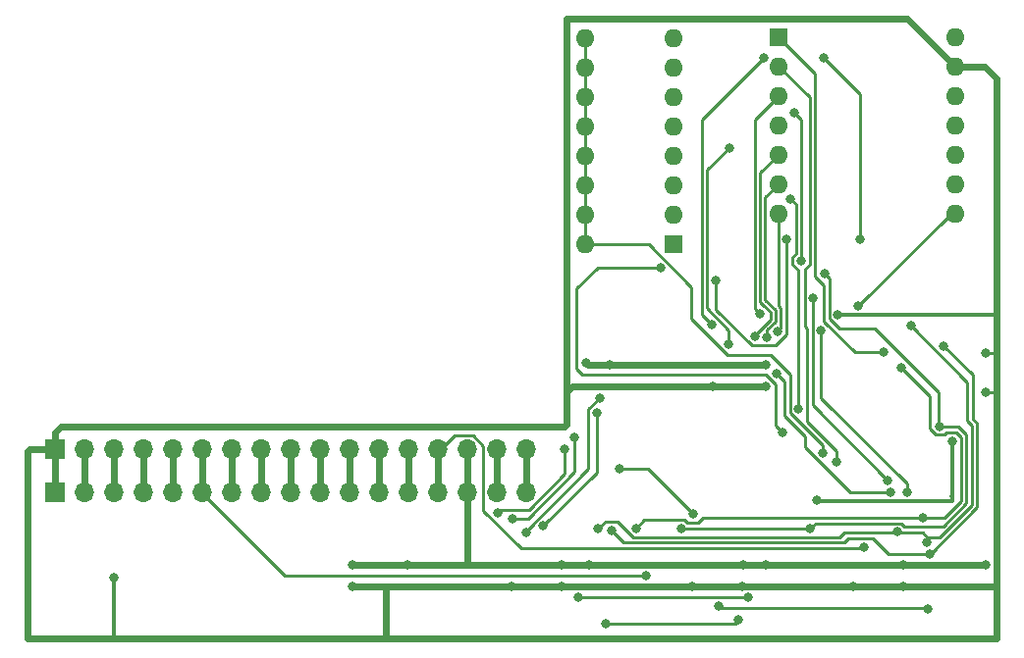
<source format=gbr>
%TF.GenerationSoftware,KiCad,Pcbnew,8.0.1*%
%TF.CreationDate,2024-06-09T22:48:08+01:00*%
%TF.ProjectId,BBC-USBSlim,4242432d-5553-4425-936c-696d2e6b6963,rev?*%
%TF.SameCoordinates,Original*%
%TF.FileFunction,Copper,L2,Bot*%
%TF.FilePolarity,Positive*%
%FSLAX46Y46*%
G04 Gerber Fmt 4.6, Leading zero omitted, Abs format (unit mm)*
G04 Created by KiCad (PCBNEW 8.0.1) date 2024-06-09 22:48:08*
%MOMM*%
%LPD*%
G01*
G04 APERTURE LIST*
%TA.AperFunction,ComponentPad*%
%ADD10R,1.700000X1.700000*%
%TD*%
%TA.AperFunction,ComponentPad*%
%ADD11O,1.700000X1.700000*%
%TD*%
%TA.AperFunction,ComponentPad*%
%ADD12R,1.600000X1.600000*%
%TD*%
%TA.AperFunction,ComponentPad*%
%ADD13O,1.600000X1.600000*%
%TD*%
%TA.AperFunction,ViaPad*%
%ADD14C,0.800000*%
%TD*%
%TA.AperFunction,Conductor*%
%ADD15C,0.250000*%
%TD*%
%TA.AperFunction,Conductor*%
%ADD16C,0.600000*%
%TD*%
%TA.AperFunction,Conductor*%
%ADD17C,0.300000*%
%TD*%
G04 APERTURE END LIST*
D10*
%TO.P,J1,1,Pin_1*%
%TO.N,GND*%
X75458000Y-115847000D03*
D11*
%TO.P,J1,2,Pin_2*%
%TO.N,!RST*%
X77998000Y-115847000D03*
%TO.P,J1,3,Pin_3*%
%TO.N,1MHZ*%
X80538000Y-115847000D03*
%TO.P,J1,4,Pin_4*%
%TO.N,KB !EN*%
X83078000Y-115847000D03*
%TO.P,J1,5,Pin_5*%
%TO.N,PA4*%
X85618000Y-115847000D03*
%TO.P,J1,6,Pin_6*%
%TO.N,PA5*%
X88158000Y-115847000D03*
%TO.P,J1,7,Pin_7*%
%TO.N,PA6*%
X90698000Y-115847000D03*
%TO.P,J1,8,Pin_8*%
%TO.N,PA0*%
X93238000Y-115847000D03*
%TO.P,J1,9,Pin_9*%
%TO.N,PA1*%
X95778000Y-115847000D03*
%TO.P,J1,10,Pin_10*%
%TO.N,PA2*%
X98318000Y-115847000D03*
%TO.P,J1,11,Pin_11*%
%TO.N,PA3*%
X100858000Y-115847000D03*
%TO.P,J1,12,Pin_12*%
%TO.N,PA7*%
X103398000Y-115847000D03*
%TO.P,J1,13,Pin_13*%
%TO.N,LED3*%
X105938000Y-115847000D03*
%TO.P,J1,14,Pin_14*%
%TO.N,CA2*%
X108478000Y-115847000D03*
%TO.P,J1,15,Pin_15*%
%TO.N,+5V*%
X111018000Y-115847000D03*
%TO.P,J1,16,Pin_16*%
%TO.N,LED1*%
X113558000Y-115847000D03*
%TO.P,J1,17,Pin_17*%
%TO.N,LED2*%
X116098000Y-115847000D03*
%TD*%
D12*
%TO.P,U7,1,Pin_1*%
%TO.N,MTDATA*%
X137825000Y-76566000D03*
D13*
%TO.P,U7,2,Pin_2*%
%TO.N,BREAK*%
X137825000Y-79106000D03*
%TO.P,U7,3,Pin_3*%
%TO.N,MTSTROBE*%
X137825000Y-81646000D03*
%TO.P,U7,4,Pin_4*%
%TO.N,AY2*%
X137825000Y-84186000D03*
%TO.P,U7,5,Pin_5*%
%TO.N,AY1*%
X137825000Y-86726000D03*
%TO.P,U7,6,Pin_6*%
%TO.N,AY0*%
X137825000Y-89266000D03*
%TO.P,U7,7,Pin_7*%
%TO.N,AX2*%
X137825000Y-91806000D03*
%TO.P,U7,8,Pin_8*%
%TO.N,AX1*%
X153065000Y-91806000D03*
%TO.P,U7,9,Pin_9*%
%TO.N,AX0*%
X153065000Y-89266000D03*
%TO.P,U7,10,Pin_10*%
%TO.N,AX3*%
X153065000Y-86726000D03*
%TO.P,U7,11,Pin_11*%
%TO.N,MTRESET*%
X153065000Y-84186000D03*
%TO.P,U7,12,Pin_12*%
%TO.N,unconnected-(U7-Pin_12-Pad12)*%
X153065000Y-81646000D03*
%TO.P,U7,13,Pin_13*%
%TO.N,GND*%
X153065000Y-79106000D03*
%TO.P,U7,14,Pin_14*%
%TO.N,+5V*%
X153065000Y-76566000D03*
%TD*%
D12*
%TO.P,SW1,1*%
%TO.N,Net-(D3-A)*%
X128820000Y-94490000D03*
D13*
%TO.P,SW1,2*%
%TO.N,Net-(D4-A)*%
X128820000Y-91950000D03*
%TO.P,SW1,3*%
%TO.N,Net-(D5-A)*%
X128820000Y-89410000D03*
%TO.P,SW1,4*%
%TO.N,Net-(D6-A)*%
X128820000Y-86870000D03*
%TO.P,SW1,5*%
%TO.N,Net-(D7-A)*%
X128820000Y-84330000D03*
%TO.P,SW1,6*%
%TO.N,Net-(D8-A)*%
X128820000Y-81790000D03*
%TO.P,SW1,7*%
%TO.N,Net-(D9-A)*%
X128820000Y-79250000D03*
%TO.P,SW1,8*%
%TO.N,Net-(D10-A)*%
X128820000Y-76710000D03*
%TO.P,SW1,9*%
%TO.N,D0*%
X121200000Y-76710000D03*
%TO.P,SW1,10*%
X121200000Y-79250000D03*
%TO.P,SW1,11*%
X121200000Y-81790000D03*
%TO.P,SW1,12*%
X121200000Y-84330000D03*
%TO.P,SW1,13*%
X121200000Y-86870000D03*
%TO.P,SW1,14*%
X121200000Y-89410000D03*
%TO.P,SW1,15*%
X121200000Y-91950000D03*
%TO.P,SW1,16*%
X121200000Y-94490000D03*
%TD*%
D10*
%TO.P,J3,1,Pin_1*%
%TO.N,GND*%
X75460000Y-112175000D03*
D11*
%TO.P,J3,2,Pin_2*%
%TO.N,!RST*%
X78000000Y-112175000D03*
%TO.P,J3,3,Pin_3*%
%TO.N,1MHZ*%
X80540000Y-112175000D03*
%TO.P,J3,4,Pin_4*%
%TO.N,KB !EN*%
X83080000Y-112175000D03*
%TO.P,J3,5,Pin_5*%
%TO.N,PA4*%
X85620000Y-112175000D03*
%TO.P,J3,6,Pin_6*%
%TO.N,PA5*%
X88160000Y-112175000D03*
%TO.P,J3,7,Pin_7*%
%TO.N,PA6*%
X90700000Y-112175000D03*
%TO.P,J3,8,Pin_8*%
%TO.N,PA0*%
X93240000Y-112175000D03*
%TO.P,J3,9,Pin_9*%
%TO.N,PA1*%
X95780000Y-112175000D03*
%TO.P,J3,10,Pin_10*%
%TO.N,PA2*%
X98320000Y-112175000D03*
%TO.P,J3,11,Pin_11*%
%TO.N,PA3*%
X100860000Y-112175000D03*
%TO.P,J3,12,Pin_12*%
%TO.N,PA7*%
X103400000Y-112175000D03*
%TO.P,J3,13,Pin_13*%
%TO.N,LED3*%
X105940000Y-112175000D03*
%TO.P,J3,14,Pin_14*%
%TO.N,CA2*%
X108480000Y-112175000D03*
%TO.P,J3,15,Pin_15*%
%TO.N,+5V*%
X111020000Y-112175000D03*
%TO.P,J3,16,Pin_16*%
%TO.N,LED1*%
X113560000Y-112175000D03*
%TO.P,J3,17,Pin_17*%
%TO.N,LED2*%
X116100000Y-112175000D03*
%TD*%
D14*
%TO.N,X8*%
X141739950Y-78360050D03*
%TO.N,MTDATA*%
X146935900Y-103762700D03*
%TO.N,MTSTROBE*%
X136266300Y-100495300D03*
%TO.N,AY1*%
X135780900Y-102416700D03*
%TO.N,AY0*%
X136848000Y-102474700D03*
%TO.N,AX2*%
X137780000Y-101951000D03*
%TO.N,AX1*%
X144736600Y-99793800D03*
%TO.N,QA*%
X113614300Y-117666400D03*
X119405500Y-112139300D03*
%TO.N,QB*%
X114877900Y-118134400D03*
X120251700Y-111100000D03*
%TO.N,QC*%
X117552900Y-118784400D03*
X122178100Y-109019300D03*
%TO.N,QD*%
X116038400Y-119322700D03*
X122391200Y-107708700D03*
%TO.N,D7*%
X140563100Y-119021100D03*
X151694947Y-110165353D03*
X129420500Y-119002500D03*
X141825800Y-97012800D03*
%TO.N,D1*%
X120580900Y-124930400D03*
X135223000Y-124927600D03*
X140842000Y-99104900D03*
X147245700Y-114828200D03*
%TO.N,D2*%
X147501300Y-115894700D03*
X137677000Y-105609400D03*
%TO.N,D3*%
X134399100Y-126888300D03*
X122903300Y-127198500D03*
X148906200Y-115894200D03*
X141508200Y-101928100D03*
%TO.N,D4*%
X149239500Y-101513800D03*
X150639700Y-120175000D03*
X122300900Y-119040300D03*
X148113000Y-119273200D03*
%TO.N,D5*%
X150846000Y-121218200D03*
X152098100Y-103241600D03*
X123434200Y-119137200D03*
%TO.N,D6*%
X148426600Y-105138400D03*
X125570400Y-118984100D03*
X150314600Y-118094900D03*
%TO.N,D0*%
X132639657Y-125655400D03*
X150703000Y-125909000D03*
X141658300Y-112461500D03*
%TO.N,BREAK*%
X142849300Y-113282600D03*
%TO.N,GND*%
X155700000Y-107200000D03*
X148600000Y-124025000D03*
X144300000Y-124025000D03*
X119100000Y-124025000D03*
X134700000Y-124025000D03*
X130400000Y-124025000D03*
X114800000Y-124025000D03*
X155700000Y-103850000D03*
X132150000Y-106750000D03*
X136750000Y-106750000D03*
X101050000Y-124025000D03*
X142950000Y-100550000D03*
X80500000Y-123250000D03*
%TO.N,Net-(D11-A)*%
X152850000Y-111450000D03*
X141168000Y-116550000D03*
%TO.N,CA2*%
X145225400Y-120625000D03*
%TO.N,PA7*%
X130468400Y-117725400D03*
X124134600Y-113854700D03*
%TO.N,PA5*%
X126441500Y-123057700D03*
%TO.N,X8*%
X132048300Y-101391500D03*
X144865600Y-94027800D03*
X136570800Y-78362400D03*
%TO.N,X7*%
X139779100Y-95886200D03*
X139161600Y-83066000D03*
%TO.N,X5*%
X133548300Y-103096000D03*
X133598100Y-86115400D03*
%TO.N,X4*%
X139556700Y-108683400D03*
X138887800Y-90536000D03*
%TO.N,X1*%
X138144100Y-110675800D03*
X127637347Y-96462653D03*
%TO.N,X10*%
X132418900Y-97574700D03*
X138554500Y-94064200D03*
%TO.N,+5V*%
X148600000Y-122125000D03*
X136700000Y-122125000D03*
X119100000Y-122125000D03*
X134800000Y-122125000D03*
X121500000Y-122125000D03*
X105850000Y-122125000D03*
X155700000Y-122100000D03*
X123250000Y-104900000D03*
X136700000Y-104900000D03*
X101050000Y-122125000D03*
X121225000Y-104733902D03*
%TD*%
D15*
%TO.N,D0*%
X150678400Y-125884400D02*
X150703000Y-125909000D01*
X132639657Y-125655400D02*
X132868657Y-125884400D01*
X132868657Y-125884400D02*
X150678400Y-125884400D01*
%TO.N,X1*%
X137586500Y-110118200D02*
X138144100Y-110675800D01*
X120915700Y-105715700D02*
X136743500Y-105715700D01*
X136743500Y-105715700D02*
X137586500Y-106558700D01*
X120400000Y-105200000D02*
X120915700Y-105715700D01*
X122237347Y-96462653D02*
X120400000Y-98300000D01*
X137586500Y-106558700D02*
X137586500Y-110118200D01*
X127637347Y-96462653D02*
X122237347Y-96462653D01*
X120400000Y-98300000D02*
X120400000Y-105200000D01*
%TO.N,D6*%
X152113800Y-118094900D02*
X150314600Y-118094900D01*
X153589600Y-116619100D02*
X152113800Y-118094900D01*
X153589600Y-111102700D02*
X153589600Y-116619100D01*
X153196500Y-110709600D02*
X153589600Y-111102700D01*
X152323300Y-110709600D02*
X153196500Y-110709600D01*
X152142547Y-110890353D02*
X152323300Y-110709600D01*
X150900000Y-110400000D02*
X151390353Y-110890353D01*
X150900000Y-107611800D02*
X150900000Y-110400000D01*
X151390353Y-110890353D02*
X152142547Y-110890353D01*
X148426600Y-105138400D02*
X150900000Y-107611800D01*
%TO.N,D7*%
X151600000Y-107247100D02*
X151600000Y-110070406D01*
X151600000Y-110070406D02*
X151694947Y-110165353D01*
X146123900Y-101771000D02*
X151600000Y-107247100D01*
X142221400Y-100887900D02*
X143104500Y-101771000D01*
X142221400Y-97408400D02*
X142221400Y-100887900D01*
X143104500Y-101771000D02*
X146123900Y-101771000D01*
X141825800Y-97012800D02*
X142221400Y-97408400D01*
X151700000Y-110160300D02*
X151694947Y-110165353D01*
X153320800Y-110160300D02*
X151700000Y-110160300D01*
%TO.N,D0*%
X141658300Y-111822700D02*
X141658300Y-112461500D01*
X138829900Y-108994300D02*
X141658300Y-111822700D01*
X138829900Y-105714100D02*
X138829900Y-108994300D01*
X133474700Y-104050000D02*
X137165800Y-104050000D01*
X130339000Y-100914300D02*
X133474700Y-104050000D01*
X130339000Y-98139000D02*
X130339000Y-100914300D01*
X126690000Y-94490000D02*
X130339000Y-98139000D01*
X121200000Y-94490000D02*
X126690000Y-94490000D01*
X137165800Y-104050000D02*
X138829900Y-105714100D01*
D16*
%TO.N,GND*%
X148934000Y-74975000D02*
X153065000Y-79106000D01*
X119575000Y-74975000D02*
X148934000Y-74975000D01*
X119575000Y-107200000D02*
X119575000Y-74975000D01*
X156600000Y-100400000D02*
X156600000Y-80100000D01*
X156600000Y-80100000D02*
X155606000Y-79106000D01*
X155606000Y-79106000D02*
X153065000Y-79106000D01*
D15*
%TO.N,X8*%
X144865600Y-81485700D02*
X144865600Y-94027800D01*
X141739950Y-78360050D02*
X144865600Y-81485700D01*
D16*
%TO.N,+5V*%
X121391098Y-104900000D02*
X123250000Y-104900000D01*
X121225000Y-104733902D02*
X121391098Y-104900000D01*
D15*
%TO.N,AY1*%
X136240900Y-88310100D02*
X137825000Y-86726000D01*
X136459500Y-99660900D02*
X136240900Y-99442300D01*
X136240900Y-99442300D02*
X136240900Y-88310100D01*
X137130500Y-100331800D02*
X136459600Y-99660900D01*
X137130500Y-100933700D02*
X137130500Y-100331800D01*
X135780900Y-102283300D02*
X137130500Y-100933700D01*
X135780900Y-102416700D02*
X135780900Y-102283300D01*
X136459600Y-99660900D02*
X136459500Y-99660900D01*
%TO.N,AY0*%
X136693500Y-99256000D02*
X136693500Y-90397500D01*
X137582200Y-100144700D02*
X136693500Y-99256000D01*
X137582200Y-101120900D02*
X137582200Y-100144700D01*
X136693500Y-90397500D02*
X137825000Y-89266000D01*
X136848000Y-101855100D02*
X137582200Y-101120900D01*
X136848000Y-102474700D02*
X136848000Y-101855100D01*
%TO.N,AX1*%
X153065000Y-91806000D02*
X152724400Y-91806000D01*
X152724400Y-91806000D02*
X144736600Y-99793800D01*
%TO.N,MTSTROBE*%
X135773500Y-100002500D02*
X136266300Y-100495300D01*
X137825000Y-81646000D02*
X135773500Y-83697500D01*
X135773500Y-83697500D02*
X135773500Y-100002500D01*
%TO.N,BREAK*%
X140115300Y-101542800D02*
X140292700Y-101720200D01*
X140292700Y-101720200D02*
X140292700Y-109739500D01*
X140506400Y-96186900D02*
X140115300Y-96578000D01*
X140115300Y-96578000D02*
X140115300Y-101542800D01*
X140292700Y-109739500D02*
X142849300Y-112296100D01*
X140506400Y-81787400D02*
X140506400Y-96186900D01*
X137825000Y-79106000D02*
X140506400Y-81787400D01*
X142849300Y-112296100D02*
X142849300Y-113282600D01*
%TO.N,MTDATA*%
X141768200Y-101106700D02*
X144424200Y-103762700D01*
X141003900Y-97219100D02*
X141768200Y-97983400D01*
X141768200Y-97983400D02*
X141768200Y-101106700D01*
X141003900Y-79744900D02*
X141003900Y-97219100D01*
X144424200Y-103762700D02*
X146935900Y-103762700D01*
X137825000Y-76566000D02*
X141003900Y-79744900D01*
D16*
%TO.N,+5V*%
X134800000Y-122125000D02*
X136700000Y-122125000D01*
D15*
%TO.N,PA5*%
X95257700Y-123057700D02*
X126441500Y-123057700D01*
X88160000Y-115960000D02*
X95257700Y-123057700D01*
X88160000Y-115248700D02*
X88160000Y-115960000D01*
D16*
%TO.N,GND*%
X75460000Y-112175000D02*
X75460000Y-110725000D01*
X75460000Y-110725000D02*
X75985000Y-110200000D01*
X75985000Y-110200000D02*
X119409607Y-110200000D01*
X120025000Y-106750000D02*
X132150000Y-106750000D01*
X119575000Y-110034607D02*
X119575000Y-107200000D01*
X119409607Y-110200000D02*
X119575000Y-110034607D01*
X119575000Y-107200000D02*
X120025000Y-106750000D01*
D15*
%TO.N,QB*%
X116251100Y-118134400D02*
X114877900Y-118134400D01*
X120251700Y-111100000D02*
X120251700Y-114133800D01*
X120251700Y-114133800D02*
X116251100Y-118134400D01*
%TO.N,AX2*%
X137825000Y-91806000D02*
X137825000Y-92932700D01*
X137825000Y-99748700D02*
X137825000Y-92932700D01*
X138033900Y-99957600D02*
X137825000Y-99748700D01*
X138033900Y-101697100D02*
X138033900Y-99957600D01*
X137780000Y-101951000D02*
X138033900Y-101697100D01*
%TO.N,QA*%
X119405500Y-114271300D02*
X119405500Y-112139300D01*
X116323500Y-117353300D02*
X119405500Y-114271300D01*
X113927400Y-117353300D02*
X116323500Y-117353300D01*
X113614300Y-117666400D02*
X113927400Y-117353300D01*
%TO.N,QC*%
X122178100Y-114159200D02*
X122178100Y-109019300D01*
X117552900Y-118784400D02*
X122178100Y-114159200D01*
%TO.N,QD*%
X121451300Y-108648600D02*
X122391200Y-107708700D01*
X121451300Y-113813000D02*
X121451300Y-108648600D01*
X116038400Y-119225900D02*
X121451300Y-113813000D01*
X116038400Y-119322700D02*
X116038400Y-119225900D01*
%TO.N,D7*%
X129420800Y-119002800D02*
X129420500Y-119002500D01*
X140563100Y-119002800D02*
X129420800Y-119002800D01*
X141019400Y-118546500D02*
X140563100Y-119002800D01*
X148414000Y-118546500D02*
X141019400Y-118546500D01*
X148689100Y-118821600D02*
X148414000Y-118546500D01*
X152029400Y-118821600D02*
X148689100Y-118821600D01*
X154042400Y-116808600D02*
X152029400Y-118821600D01*
X154042400Y-110881900D02*
X154042400Y-116808600D01*
X153320800Y-110160300D02*
X154042400Y-110881900D01*
X140563100Y-119002800D02*
X140563100Y-119021100D01*
%TO.N,D1*%
X135220200Y-124930400D02*
X135223000Y-124927600D01*
X120580900Y-124930400D02*
X135220200Y-124930400D01*
X140762700Y-99184200D02*
X140842000Y-99104900D01*
X140762700Y-108345200D02*
X140762700Y-99184200D01*
X147245700Y-114828200D02*
X140762700Y-108345200D01*
%TO.N,D2*%
X147501300Y-115894600D02*
X147501300Y-115894700D01*
X143990400Y-115894600D02*
X147501300Y-115894600D01*
X140106500Y-112010700D02*
X143990400Y-115894600D01*
X140106500Y-111013100D02*
X140106500Y-112010700D01*
X138378200Y-109284800D02*
X140106500Y-111013100D01*
X138378200Y-106310600D02*
X138378200Y-109284800D01*
X137677000Y-105609400D02*
X138378200Y-106310600D01*
%TO.N,D3*%
X134088900Y-127198500D02*
X134399100Y-126888300D01*
X122903300Y-127198500D02*
X134088900Y-127198500D01*
X141508200Y-107726400D02*
X141508200Y-101928100D01*
X148906200Y-115124400D02*
X141508200Y-107726400D01*
X148906200Y-115894200D02*
X148906200Y-115124400D01*
%TO.N,D4*%
X150639700Y-119765300D02*
X150639700Y-120175000D01*
X151724800Y-119765300D02*
X150639700Y-119765300D01*
X154505200Y-116984900D02*
X151724800Y-119765300D01*
X154505200Y-110116400D02*
X154505200Y-116984900D01*
X154097500Y-109708700D02*
X154505200Y-110116400D01*
X154097500Y-106371800D02*
X154097500Y-109708700D01*
X149239500Y-101513800D02*
X154097500Y-106371800D01*
X148113000Y-119273200D02*
X148113000Y-119381800D01*
X150256200Y-119381800D02*
X148113000Y-119381800D01*
X150639700Y-119765300D02*
X150256200Y-119381800D01*
X143477100Y-119381800D02*
X148113000Y-119381800D01*
X143111100Y-119747800D02*
X143477100Y-119381800D01*
X125292900Y-119747800D02*
X143111100Y-119747800D01*
X123938200Y-118393100D02*
X125292900Y-119747800D01*
X122948100Y-118393100D02*
X123938200Y-118393100D01*
X122300900Y-119040300D02*
X122948100Y-118393100D01*
%TO.N,D5*%
X154583000Y-105726500D02*
X152098100Y-103241600D01*
X154583000Y-109553300D02*
X154583000Y-105726500D01*
X154980200Y-109950500D02*
X154583000Y-109553300D01*
X154980200Y-117167600D02*
X154980200Y-109950500D01*
X150929600Y-121218200D02*
X154980200Y-117167600D01*
X150846000Y-121218200D02*
X150929600Y-121218200D01*
X147328100Y-121218200D02*
X150846000Y-121218200D01*
X145968100Y-119858200D02*
X147328100Y-121218200D01*
X143864300Y-119858200D02*
X145968100Y-119858200D01*
X143521400Y-120201100D02*
X143864300Y-119858200D01*
X124498100Y-120201100D02*
X143521400Y-120201100D01*
X123434200Y-119137200D02*
X124498100Y-120201100D01*
%TO.N,D6*%
X126280100Y-118274400D02*
X125570400Y-118984100D01*
X129720100Y-118274400D02*
X126280100Y-118274400D01*
X129928200Y-118482500D02*
X129720100Y-118274400D01*
X130934900Y-118482500D02*
X129928200Y-118482500D01*
X131322600Y-118094800D02*
X130934900Y-118482500D01*
X150314500Y-118094800D02*
X131322600Y-118094800D01*
X150314600Y-118094900D02*
X150314500Y-118094800D01*
%TO.N,D0*%
X121200000Y-91950000D02*
X121200000Y-89410000D01*
X121200000Y-89410000D02*
X121200000Y-86870000D01*
X121200000Y-86870000D02*
X121200000Y-84330000D01*
X121200000Y-84330000D02*
X121200000Y-81790000D01*
X121200000Y-81790000D02*
X121200000Y-79250000D01*
X121200000Y-79250000D02*
X121200000Y-76710000D01*
X121200000Y-91950000D02*
X121200000Y-93076700D01*
X121200000Y-94490000D02*
X121200000Y-93076700D01*
D16*
%TO.N,GND*%
X156600000Y-124100000D02*
X156600000Y-107300000D01*
D15*
X156500000Y-107200000D02*
X156600000Y-107300000D01*
X155700000Y-107200000D02*
X156500000Y-107200000D01*
D16*
X156600000Y-107300000D02*
X156600000Y-104000000D01*
X80500000Y-128525000D02*
X103900000Y-128525000D01*
X104000000Y-124025000D02*
X114800000Y-124025000D01*
X101050000Y-124025000D02*
X104000000Y-124025000D01*
X156525000Y-124025000D02*
X156600000Y-124100000D01*
X148600000Y-124025000D02*
X156525000Y-124025000D01*
X144300000Y-124025000D02*
X148600000Y-124025000D01*
X134700000Y-124025000D02*
X144300000Y-124025000D01*
X119100000Y-124025000D02*
X130400000Y-124025000D01*
X130400000Y-124025000D02*
X134700000Y-124025000D01*
X114800000Y-124025000D02*
X119100000Y-124025000D01*
D17*
X156450000Y-100550000D02*
X156600000Y-100400000D01*
X142950000Y-100550000D02*
X156450000Y-100550000D01*
D16*
X156600000Y-104000000D02*
X156600000Y-100400000D01*
D15*
X156450000Y-103850000D02*
X156600000Y-104000000D01*
X155700000Y-103850000D02*
X156450000Y-103850000D01*
D16*
X132150000Y-106750000D02*
X136750000Y-106750000D01*
X73100000Y-128525000D02*
X80500000Y-128525000D01*
X73100000Y-112300000D02*
X73100000Y-128525000D01*
X73225000Y-112175000D02*
X73100000Y-112300000D01*
X75460000Y-112175000D02*
X73225000Y-112175000D01*
X75460000Y-115845000D02*
X75458000Y-115847000D01*
X75460000Y-112175000D02*
X75460000Y-115845000D01*
D17*
X80500000Y-123250000D02*
X80500000Y-128525000D01*
D16*
X104000000Y-128425000D02*
X103900000Y-128525000D01*
X104000000Y-124025000D02*
X104000000Y-128425000D01*
X156600000Y-128525000D02*
X156600000Y-124100000D01*
X103900000Y-128525000D02*
X156600000Y-128525000D01*
D17*
%TO.N,Net-(D11-A)*%
X152788000Y-116188000D02*
X152775000Y-116175000D01*
X152850000Y-111450000D02*
X152850000Y-114471600D01*
X141268000Y-116650000D02*
X141168000Y-116550000D01*
X152850000Y-116650000D02*
X141268000Y-116650000D01*
X152850000Y-114471600D02*
X152850000Y-116650000D01*
D15*
X152775000Y-114546600D02*
X152775000Y-116175000D01*
X152850000Y-114471600D02*
X152775000Y-114546600D01*
D16*
%TO.N,LED2*%
X116100000Y-115845000D02*
X116098000Y-115847000D01*
X116100000Y-112175000D02*
X116100000Y-115845000D01*
%TO.N,LED1*%
X113560000Y-115845000D02*
X113558000Y-115847000D01*
X113560000Y-112175000D02*
X113560000Y-115845000D01*
%TO.N,CA2*%
X108480000Y-112175000D02*
X108480000Y-112429800D01*
X108480000Y-115845000D02*
X108478000Y-115847000D01*
X108480000Y-112429800D02*
X108480000Y-115845000D01*
D15*
X145152000Y-120698400D02*
X145225400Y-120625000D01*
X115618700Y-120698400D02*
X145152000Y-120698400D01*
X112381300Y-117461000D02*
X115618700Y-120698400D01*
X112381300Y-111864100D02*
X112381300Y-117461000D01*
X111515500Y-110998300D02*
X112381300Y-111864100D01*
X109911500Y-110998300D02*
X111515500Y-110998300D01*
X108480000Y-112429800D02*
X109911500Y-110998300D01*
D16*
%TO.N,LED3*%
X105940000Y-115845000D02*
X105938000Y-115847000D01*
X105940000Y-112175000D02*
X105940000Y-115845000D01*
%TO.N,PA7*%
X103400000Y-115845000D02*
X103398000Y-115847000D01*
X103400000Y-112175000D02*
X103400000Y-115845000D01*
D15*
X126597700Y-113854700D02*
X130468400Y-117725400D01*
X124134600Y-113854700D02*
X126597700Y-113854700D01*
D16*
%TO.N,PA3*%
X100860000Y-115845000D02*
X100858000Y-115847000D01*
X100860000Y-112175000D02*
X100860000Y-115845000D01*
%TO.N,PA2*%
X98320000Y-115845000D02*
X98318000Y-115847000D01*
X98320000Y-112175000D02*
X98320000Y-115845000D01*
%TO.N,PA1*%
X95780000Y-115845000D02*
X95778000Y-115847000D01*
X95780000Y-112175000D02*
X95780000Y-115845000D01*
%TO.N,PA0*%
X93240000Y-115845000D02*
X93238000Y-115847000D01*
X93240000Y-112175000D02*
X93240000Y-115845000D01*
%TO.N,PA6*%
X90700000Y-115845000D02*
X90698000Y-115847000D01*
X90700000Y-112175000D02*
X90700000Y-115845000D01*
%TO.N,PA5*%
X88160000Y-112175000D02*
X88160000Y-115248700D01*
X88160000Y-115845000D02*
X88158000Y-115847000D01*
X88160000Y-115248700D02*
X88160000Y-115845000D01*
%TO.N,PA4*%
X85620000Y-115845000D02*
X85618000Y-115847000D01*
X85620000Y-112175000D02*
X85620000Y-115845000D01*
%TO.N,KB !EN*%
X83080000Y-115845000D02*
X83078000Y-115847000D01*
X83080000Y-112175000D02*
X83080000Y-115845000D01*
%TO.N,1MHZ*%
X80540000Y-115845000D02*
X80538000Y-115847000D01*
X80540000Y-112175000D02*
X80540000Y-115845000D01*
%TO.N,!RST*%
X78000000Y-115845000D02*
X77998000Y-115847000D01*
X78000000Y-112175000D02*
X78000000Y-115845000D01*
D15*
%TO.N,X8*%
X131206700Y-100549900D02*
X132048300Y-101391500D01*
X131206700Y-83726500D02*
X131206700Y-100549900D01*
X136570800Y-78362400D02*
X131206700Y-83726500D01*
%TO.N,X7*%
X139781100Y-95884200D02*
X139779100Y-95886200D01*
X139781100Y-83685500D02*
X139781100Y-95884200D01*
X139161600Y-83066000D02*
X139781100Y-83685500D01*
%TO.N,X5*%
X131658400Y-88055100D02*
X133598100Y-86115400D01*
X131658400Y-99973800D02*
X131658400Y-88055100D01*
X133548300Y-101863700D02*
X131658400Y-99973800D01*
X133548300Y-103096000D02*
X133548300Y-101863700D01*
%TO.N,X4*%
X139556700Y-96691400D02*
X139556700Y-108683400D01*
X139052400Y-96187100D02*
X139556700Y-96691400D01*
X139052400Y-95585300D02*
X139052400Y-96187100D01*
X139329400Y-95308300D02*
X139052400Y-95585300D01*
X139329400Y-90977600D02*
X139329400Y-95308300D01*
X138887800Y-90536000D02*
X139329400Y-90977600D01*
%TO.N,X10*%
X138554500Y-102204200D02*
X138554500Y-94064200D01*
X137553100Y-103205600D02*
X138554500Y-102204200D01*
X135537300Y-103205600D02*
X137553100Y-103205600D01*
X132418900Y-100087200D02*
X135537300Y-103205600D01*
X132418900Y-97574700D02*
X132418900Y-100087200D01*
D16*
%TO.N,+5V*%
X136700000Y-122125000D02*
X148600000Y-122125000D01*
X119100000Y-122125000D02*
X121500000Y-122125000D01*
X121500000Y-122125000D02*
X134800000Y-122125000D01*
X111050000Y-122125000D02*
X119100000Y-122125000D01*
X155675000Y-122125000D02*
X155700000Y-122100000D01*
X148600000Y-122125000D02*
X155675000Y-122125000D01*
X111018000Y-122093000D02*
X111050000Y-122125000D01*
X111018000Y-115847000D02*
X111018000Y-122093000D01*
X105850000Y-122125000D02*
X111050000Y-122125000D01*
X123250000Y-104900000D02*
X136700000Y-104900000D01*
X111020000Y-115845000D02*
X111018000Y-115847000D01*
X111020000Y-112175000D02*
X111020000Y-115845000D01*
X101050000Y-122125000D02*
X105850000Y-122125000D01*
%TD*%
M02*

</source>
